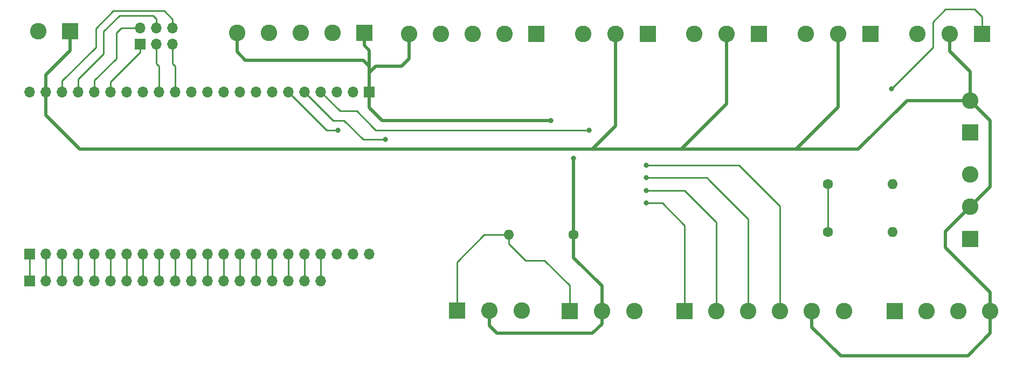
<source format=gbr>
%TF.GenerationSoftware,KiCad,Pcbnew,(6.0.10)*%
%TF.CreationDate,2025-06-24T19:53:16+02:00*%
%TF.ProjectId,esp_shield,6573705f-7368-4696-956c-642e6b696361,1.0*%
%TF.SameCoordinates,Original*%
%TF.FileFunction,Copper,L1,Top*%
%TF.FilePolarity,Positive*%
%FSLAX46Y46*%
G04 Gerber Fmt 4.6, Leading zero omitted, Abs format (unit mm)*
G04 Created by KiCad (PCBNEW (6.0.10)) date 2025-06-24 19:53:16*
%MOMM*%
%LPD*%
G01*
G04 APERTURE LIST*
%TA.AperFunction,ComponentPad*%
%ADD10R,1.700000X1.700000*%
%TD*%
%TA.AperFunction,ComponentPad*%
%ADD11O,1.700000X1.700000*%
%TD*%
%TA.AperFunction,ComponentPad*%
%ADD12R,2.600000X2.600000*%
%TD*%
%TA.AperFunction,ComponentPad*%
%ADD13C,2.600000*%
%TD*%
%TA.AperFunction,ComponentPad*%
%ADD14O,1.600000X1.600000*%
%TD*%
%TA.AperFunction,ComponentPad*%
%ADD15C,1.600000*%
%TD*%
%TA.AperFunction,ViaPad*%
%ADD16C,0.800000*%
%TD*%
%TA.AperFunction,Conductor*%
%ADD17C,0.500000*%
%TD*%
%TA.AperFunction,Conductor*%
%ADD18C,0.250000*%
%TD*%
G04 APERTURE END LIST*
D10*
%TO.P,J17,1,Pin_1*%
%TO.N,GND*%
X89150000Y-116750000D03*
D11*
%TO.P,J17,2,Pin_2*%
X91690000Y-116750000D03*
%TO.P,J17,3,Pin_3*%
%TO.N,19*%
X94230000Y-116750000D03*
%TO.P,J17,4,Pin_4*%
%TO.N,20*%
X96770000Y-116750000D03*
%TO.P,J17,5,Pin_5*%
%TO.N,21*%
X99310000Y-116750000D03*
%TO.P,J17,6,Pin_6*%
%TO.N,47*%
X101850000Y-116750000D03*
%TO.P,J17,7,Pin_7*%
%TO.N,48*%
X104390000Y-116750000D03*
%TO.P,J17,8,Pin_8*%
%TO.N,45*%
X106930000Y-116750000D03*
%TO.P,J17,9,Pin_9*%
%TO.N,0*%
X109470000Y-116750000D03*
%TO.P,J17,10,Pin_10*%
%TO.N,35*%
X112010000Y-116750000D03*
%TO.P,J17,11,Pin_11*%
%TO.N,36*%
X114550000Y-116750000D03*
%TO.P,J17,12,Pin_12*%
%TO.N,37*%
X117090000Y-116750000D03*
%TO.P,J17,13,Pin_13*%
%TO.N,38*%
X119630000Y-116750000D03*
%TO.P,J17,14,Pin_14*%
%TO.N,39*%
X122170000Y-116750000D03*
%TO.P,J17,15,Pin_15*%
%TO.N,40*%
X124710000Y-116750000D03*
%TO.P,J17,16,Pin_16*%
%TO.N,41*%
X127250000Y-116750000D03*
%TO.P,J17,17,Pin_17*%
%TO.N,42*%
X129790000Y-116750000D03*
%TO.P,J17,18,Pin_18*%
%TO.N,2*%
X132330000Y-116750000D03*
%TO.P,J17,19,Pin_19*%
%TO.N,1*%
X134870000Y-116750000D03*
%TD*%
D10*
%TO.P,J16,1,Pin_1*%
%TO.N,11*%
X106500000Y-79500000D03*
D11*
%TO.P,J16,2,Pin_2*%
%TO.N,12*%
X106500000Y-76960000D03*
%TO.P,J16,3,Pin_3*%
%TO.N,46*%
X109040000Y-79500000D03*
%TO.P,J16,4,Pin_4*%
%TO.N,13*%
X109040000Y-76960000D03*
%TO.P,J16,5,Pin_5*%
%TO.N,3*%
X111580000Y-79500000D03*
%TO.P,J16,6,Pin_6*%
%TO.N,14*%
X111580000Y-76960000D03*
%TD*%
D12*
%TO.P,J11,1,Pin_1*%
%TO.N,GND*%
X168701000Y-77866001D03*
D13*
%TO.P,J11,2,Pin_2*%
%TO.N,8*%
X163701000Y-77866001D03*
%TO.P,J11,3,Pin_3*%
%TO.N,9*%
X158701000Y-77866001D03*
%TO.P,J11,4,Pin_4*%
%TO.N,GND*%
X153701000Y-77866001D03*
%TO.P,J11,5,Pin_5*%
%TO.N,3V3*%
X148701000Y-77866001D03*
%TD*%
D12*
%TO.P,J15,1,Pin_1*%
%TO.N,GND*%
X236817000Y-93341500D03*
D13*
%TO.P,J15,2,Pin_2*%
%TO.N,5V*%
X236817000Y-88341500D03*
%TD*%
D12*
%TO.P,J14,1,Pin_1*%
%TO.N,5V*%
X95500000Y-77500000D03*
D13*
%TO.P,J14,2,Pin_2*%
%TO.N,GND*%
X90500000Y-77500000D03*
%TD*%
D10*
%TO.P,J2,1,Pin_1*%
%TO.N,GND*%
X89130000Y-112500000D03*
D11*
%TO.P,J2,2,Pin_2*%
X91670000Y-112500000D03*
%TO.P,J2,3,Pin_3*%
%TO.N,19*%
X94210000Y-112500000D03*
%TO.P,J2,4,Pin_4*%
%TO.N,20*%
X96750000Y-112500000D03*
%TO.P,J2,5,Pin_5*%
%TO.N,21*%
X99290000Y-112500000D03*
%TO.P,J2,6,Pin_6*%
%TO.N,47*%
X101830000Y-112500000D03*
%TO.P,J2,7,Pin_7*%
%TO.N,48*%
X104370000Y-112500000D03*
%TO.P,J2,8,Pin_8*%
%TO.N,45*%
X106910000Y-112500000D03*
%TO.P,J2,9,Pin_9*%
%TO.N,0*%
X109450000Y-112500000D03*
%TO.P,J2,10,Pin_10*%
%TO.N,35*%
X111990000Y-112500000D03*
%TO.P,J2,11,Pin_11*%
%TO.N,36*%
X114530000Y-112500000D03*
%TO.P,J2,12,Pin_12*%
%TO.N,37*%
X117070000Y-112500000D03*
%TO.P,J2,13,Pin_13*%
%TO.N,38*%
X119610000Y-112500000D03*
%TO.P,J2,14,Pin_14*%
%TO.N,39*%
X122150000Y-112500000D03*
%TO.P,J2,15,Pin_15*%
%TO.N,40*%
X124690000Y-112500000D03*
%TO.P,J2,16,Pin_16*%
%TO.N,41*%
X127230000Y-112500000D03*
%TO.P,J2,17,Pin_17*%
%TO.N,42*%
X129770000Y-112500000D03*
%TO.P,J2,18,Pin_18*%
%TO.N,2*%
X132310000Y-112500000D03*
%TO.P,J2,19,Pin_19*%
%TO.N,1*%
X134850000Y-112500000D03*
%TO.P,J2,20,Pin_20*%
%TO.N,RX*%
X137390000Y-112500000D03*
%TO.P,J2,21,Pin_21*%
%TO.N,TX*%
X139930000Y-112500000D03*
%TO.P,J2,22,Pin_22*%
%TO.N,GND*%
X142470000Y-112500000D03*
%TD*%
D10*
%TO.P,J1,1,Pin_1*%
%TO.N,3V3*%
X142480000Y-87000000D03*
D11*
%TO.P,J1,2,Pin_2*%
X139940000Y-87000000D03*
%TO.P,J1,3,Pin_3*%
%TO.N,RST*%
X137400000Y-87000000D03*
%TO.P,J1,4,Pin_4*%
%TO.N,4*%
X134860000Y-87000000D03*
%TO.P,J1,5,Pin_5*%
%TO.N,5*%
X132320000Y-87000000D03*
%TO.P,J1,6,Pin_6*%
%TO.N,6*%
X129780000Y-87000000D03*
%TO.P,J1,7,Pin_7*%
%TO.N,7*%
X127240000Y-87000000D03*
%TO.P,J1,8,Pin_8*%
%TO.N,15*%
X124700000Y-87000000D03*
%TO.P,J1,9,Pin_9*%
%TO.N,16*%
X122160000Y-87000000D03*
%TO.P,J1,10,Pin_10*%
%TO.N,17*%
X119620000Y-87000000D03*
%TO.P,J1,11,Pin_11*%
%TO.N,18*%
X117080000Y-87000000D03*
%TO.P,J1,12,Pin_12*%
%TO.N,8*%
X114540000Y-87000000D03*
%TO.P,J1,13,Pin_13*%
%TO.N,3*%
X112000000Y-87000000D03*
%TO.P,J1,14,Pin_14*%
%TO.N,46*%
X109460000Y-87000000D03*
%TO.P,J1,15,Pin_15*%
%TO.N,9*%
X106920000Y-87000000D03*
%TO.P,J1,16,Pin_16*%
%TO.N,10*%
X104380000Y-87000000D03*
%TO.P,J1,17,Pin_17*%
%TO.N,11*%
X101840000Y-87000000D03*
%TO.P,J1,18,Pin_18*%
%TO.N,12*%
X99300000Y-87000000D03*
%TO.P,J1,19,Pin_19*%
%TO.N,13*%
X96760000Y-87000000D03*
%TO.P,J1,20,Pin_20*%
%TO.N,14*%
X94220000Y-87000000D03*
%TO.P,J1,21,Pin_21*%
%TO.N,5V*%
X91680000Y-87000000D03*
%TO.P,J1,22,Pin_22*%
%TO.N,GND*%
X89140000Y-87000000D03*
%TD*%
D12*
%TO.P,J13,1,Pin_1*%
%TO.N,TX*%
X225000000Y-121500000D03*
D13*
%TO.P,J13,2,Pin_2*%
%TO.N,Net-(J13-Pad2)*%
X230000000Y-121500000D03*
%TO.P,J13,3,Pin_3*%
%TO.N,GND*%
X235000000Y-121500000D03*
%TO.P,J13,4,Pin_4*%
%TO.N,5V*%
X240000000Y-121500000D03*
%TD*%
D12*
%TO.P,J12,1,Pin_1*%
%TO.N,3V3*%
X141701000Y-77695001D03*
D13*
%TO.P,J12,2,Pin_2*%
%TO.N,8*%
X136701000Y-77695001D03*
%TO.P,J12,3,Pin_3*%
%TO.N,9*%
X131701000Y-77695001D03*
%TO.P,J12,4,Pin_4*%
%TO.N,GND*%
X126701000Y-77695001D03*
%TO.P,J12,5,Pin_5*%
%TO.N,3V3*%
X121701000Y-77695001D03*
%TD*%
D14*
%TO.P,R3,2*%
%TO.N,GND*%
X224660000Y-101500000D03*
D15*
%TO.P,R3,1*%
%TO.N,RX*%
X214500000Y-101500000D03*
%TD*%
D14*
%TO.P,R2,2*%
%TO.N,Net-(J13-Pad2)*%
X224660000Y-109000000D03*
D15*
%TO.P,R2,1*%
%TO.N,RX*%
X214500000Y-109000000D03*
%TD*%
D12*
%TO.P,J10,1,Pin_1*%
%TO.N,18*%
X192000000Y-121500000D03*
D13*
%TO.P,J10,2,Pin_2*%
%TO.N,17*%
X197000000Y-121500000D03*
%TO.P,J10,3,Pin_3*%
%TO.N,16*%
X202000000Y-121500000D03*
%TO.P,J10,4,Pin_4*%
%TO.N,15*%
X207000000Y-121500000D03*
%TO.P,J10,5,Pin_5*%
%TO.N,5V*%
X212000000Y-121500000D03*
%TO.P,J10,6,Pin_6*%
%TO.N,GND*%
X217000000Y-121500000D03*
%TD*%
%TO.P,J9,3,Pin_3*%
%TO.N,GND*%
X176041000Y-77890000D03*
%TO.P,J9,2,Pin_2*%
%TO.N,5V*%
X181121000Y-77890000D03*
D12*
%TO.P,J9,1,Pin_1*%
%TO.N,7*%
X186201000Y-77890000D03*
%TD*%
%TO.P,J8,1,Pin_1*%
%TO.N,6*%
X203701000Y-77890000D03*
D13*
%TO.P,J8,2,Pin_2*%
%TO.N,5V*%
X198621000Y-77890000D03*
%TO.P,J8,3,Pin_3*%
%TO.N,GND*%
X193541000Y-77890000D03*
%TD*%
D12*
%TO.P,J7,1,Pin_1*%
%TO.N,5*%
X221201000Y-77890000D03*
D13*
%TO.P,J7,2,Pin_2*%
%TO.N,5V*%
X216121000Y-77890000D03*
%TO.P,J7,3,Pin_3*%
%TO.N,GND*%
X211041000Y-77890000D03*
%TD*%
D12*
%TO.P,J6,1,Pin_1*%
%TO.N,4*%
X238701000Y-77890000D03*
D13*
%TO.P,J6,2,Pin_2*%
%TO.N,5V*%
X233621000Y-77890000D03*
%TO.P,J6,3,Pin_3*%
%TO.N,GND*%
X228541000Y-77890000D03*
%TD*%
%TO.P,J5,3,Pin_3*%
%TO.N,GND*%
X236817000Y-100023000D03*
%TO.P,J5,2,Pin_2*%
%TO.N,5V*%
X236817000Y-105103000D03*
D12*
%TO.P,J5,1,Pin_1*%
%TO.N,10*%
X236817000Y-110183000D03*
%TD*%
D15*
%TO.P,R1,1*%
%TO.N,3V3*%
X174580000Y-109500000D03*
D14*
%TO.P,R1,2*%
%TO.N,1*%
X164420000Y-109500000D03*
%TD*%
D13*
%TO.P,J4,3,Pin_3*%
%TO.N,GND*%
X166383000Y-121427000D03*
%TO.P,J4,2,Pin_2*%
%TO.N,3V3*%
X161303000Y-121427000D03*
D12*
%TO.P,J4,1,Pin_1*%
%TO.N,1*%
X156223000Y-121427000D03*
%TD*%
%TO.P,J3,1,Pin_1*%
%TO.N,1*%
X173915000Y-121500000D03*
D13*
%TO.P,J3,2,Pin_2*%
%TO.N,3V3*%
X178995000Y-121500000D03*
%TO.P,J3,3,Pin_3*%
%TO.N,GND*%
X184075000Y-121500000D03*
%TD*%
D16*
%TO.N,4*%
X224500000Y-86500000D03*
X177000000Y-93000000D03*
%TO.N,18*%
X186000000Y-104500000D03*
%TO.N,17*%
X186000000Y-102500000D03*
%TO.N,16*%
X186000000Y-100500000D03*
%TO.N,15*%
X186000000Y-98500000D03*
%TO.N,5*%
X145000000Y-94500000D03*
%TO.N,6*%
X137500000Y-93000000D03*
%TO.N,3V3*%
X171000000Y-91500000D03*
X174500000Y-97420000D03*
%TD*%
D17*
%TO.N,5V*%
X219250000Y-96000000D02*
X209500000Y-96000000D01*
X226908500Y-88341500D02*
X219250000Y-96000000D01*
X236817000Y-88341500D02*
X226908500Y-88341500D01*
X233621000Y-80621000D02*
X233621000Y-77890000D01*
X236817000Y-88341500D02*
X236817000Y-83817000D01*
X236817000Y-83817000D02*
X233621000Y-80621000D01*
X240000000Y-91524500D02*
X236817000Y-88341500D01*
X240000000Y-101920000D02*
X240000000Y-91524500D01*
X236817000Y-105103000D02*
X240000000Y-101920000D01*
%TO.N,3V3*%
X174580000Y-97500000D02*
X174580000Y-109500000D01*
D18*
%TO.N,1*%
X134850000Y-112500000D02*
X134850000Y-116250000D01*
%TO.N,2*%
X132310000Y-112500000D02*
X132310000Y-116250000D01*
%TO.N,42*%
X129770000Y-112500000D02*
X129770000Y-116250000D01*
%TO.N,41*%
X127230000Y-112500000D02*
X127230000Y-116250000D01*
%TO.N,40*%
X124690000Y-112500000D02*
X124690000Y-116250000D01*
%TO.N,39*%
X122150000Y-112500000D02*
X122150000Y-116250000D01*
%TO.N,38*%
X119610000Y-112500000D02*
X119610000Y-116250000D01*
%TO.N,37*%
X117070000Y-112500000D02*
X117070000Y-116250000D01*
%TO.N,36*%
X114530000Y-112500000D02*
X114530000Y-116250000D01*
%TO.N,35*%
X111990000Y-112500000D02*
X111990000Y-116250000D01*
%TO.N,0*%
X109450000Y-112500000D02*
X109450000Y-116250000D01*
%TO.N,45*%
X106910000Y-112500000D02*
X106910000Y-116250000D01*
%TO.N,48*%
X104370000Y-112500000D02*
X104370000Y-116250000D01*
%TO.N,47*%
X101830000Y-112500000D02*
X101830000Y-116250000D01*
%TO.N,21*%
X99290000Y-112500000D02*
X99290000Y-116250000D01*
%TO.N,20*%
X96750000Y-112500000D02*
X96750000Y-116250000D01*
%TO.N,19*%
X94210000Y-112500000D02*
X94210000Y-116250000D01*
%TO.N,GND*%
X89130000Y-112500000D02*
X89130000Y-116250000D01*
X91670000Y-112500000D02*
X91670000Y-116250000D01*
D17*
%TO.N,3V3*%
X141500000Y-82000000D02*
X142480000Y-82980000D01*
X142480000Y-80480000D02*
X142480000Y-82980000D01*
X141701000Y-79701000D02*
X142480000Y-80480000D01*
D18*
%TO.N,12*%
X99300000Y-85200000D02*
X99300000Y-87000000D01*
X102750000Y-81750000D02*
X99300000Y-85200000D01*
X103540000Y-76960000D02*
X102750000Y-77750000D01*
X106500000Y-76960000D02*
X103540000Y-76960000D01*
X102750000Y-77750000D02*
X102750000Y-81750000D01*
%TO.N,13*%
X108500000Y-75000000D02*
X109040000Y-75540000D01*
X109040000Y-75540000D02*
X109040000Y-76960000D01*
X103250000Y-75000000D02*
X108500000Y-75000000D01*
X100750000Y-77500000D02*
X103250000Y-75000000D01*
X100750000Y-81000000D02*
X100750000Y-77500000D01*
X96760000Y-84990000D02*
X100750000Y-81000000D01*
X96760000Y-87000000D02*
X96760000Y-84990000D01*
%TO.N,14*%
X102250000Y-74250000D02*
X99500000Y-77000000D01*
X110250000Y-74250000D02*
X102250000Y-74250000D01*
X111580000Y-75580000D02*
X110250000Y-74250000D01*
X111580000Y-76960000D02*
X111580000Y-75580000D01*
X99500000Y-77000000D02*
X99500000Y-80000000D01*
X99500000Y-80000000D02*
X94220000Y-85280000D01*
X94220000Y-85280000D02*
X94220000Y-87000000D01*
%TO.N,11*%
X101840000Y-85410000D02*
X106500000Y-80750000D01*
X101840000Y-87000000D02*
X101840000Y-85410000D01*
X106500000Y-79500000D02*
X106500000Y-80750000D01*
%TO.N,46*%
X109460000Y-82960000D02*
X109460000Y-87000000D01*
X109040000Y-82540000D02*
X109460000Y-82960000D01*
X109040000Y-79500000D02*
X109040000Y-82540000D01*
%TO.N,3*%
X112000000Y-83000000D02*
X112000000Y-87000000D01*
X111580000Y-82580000D02*
X112000000Y-83000000D01*
X111580000Y-79500000D02*
X111580000Y-82580000D01*
%TO.N,4*%
X231000000Y-76000000D02*
X233000000Y-74000000D01*
X233000000Y-74000000D02*
X237500000Y-74000000D01*
X237500000Y-74000000D02*
X238701000Y-75201000D01*
X238701000Y-75201000D02*
X238701000Y-77890000D01*
X231000000Y-80000000D02*
X231000000Y-76000000D01*
X224500000Y-86500000D02*
X231000000Y-80000000D01*
X175500000Y-93000000D02*
X177000000Y-93000000D01*
D17*
%TO.N,5V*%
X177500000Y-96000000D02*
X174500000Y-96000000D01*
X181121000Y-92379000D02*
X177500000Y-96000000D01*
X181121000Y-77890000D02*
X181121000Y-92379000D01*
D18*
%TO.N,4*%
X167000000Y-93000000D02*
X175500000Y-93000000D01*
X143500000Y-93000000D02*
X167000000Y-93000000D01*
X143000000Y-92500000D02*
X143500000Y-93000000D01*
X140500000Y-90000000D02*
X143000000Y-92500000D01*
X134860000Y-87000000D02*
X137860000Y-90000000D01*
X137860000Y-90000000D02*
X140500000Y-90000000D01*
%TO.N,15*%
X200500000Y-98500000D02*
X186000000Y-98500000D01*
X207000000Y-105000000D02*
X200500000Y-98500000D01*
X207000000Y-121500000D02*
X207000000Y-105000000D01*
%TO.N,16*%
X195500000Y-100500000D02*
X186000000Y-100500000D01*
X196000000Y-101000000D02*
X195500000Y-100500000D01*
X202000000Y-107000000D02*
X196000000Y-101000000D01*
X202000000Y-121500000D02*
X202000000Y-107000000D01*
%TO.N,17*%
X192000000Y-102500000D02*
X186000000Y-102500000D01*
X197000000Y-107500000D02*
X192000000Y-102500000D01*
X197000000Y-121500000D02*
X197000000Y-107500000D01*
%TO.N,18*%
X192000000Y-108000000D02*
X188500000Y-104500000D01*
X188500000Y-104500000D02*
X186000000Y-104500000D01*
X192000000Y-121500000D02*
X192000000Y-108000000D01*
D17*
%TO.N,3V3*%
X174500000Y-97420000D02*
X174580000Y-97500000D01*
%TO.N,5V*%
X216121000Y-89379000D02*
X209500000Y-96000000D01*
X216121000Y-77890000D02*
X216121000Y-89379000D01*
X191500000Y-96000000D02*
X209500000Y-96000000D01*
X174500000Y-96000000D02*
X191500000Y-96000000D01*
X194000000Y-93500000D02*
X191500000Y-96000000D01*
X91680000Y-90680000D02*
X91680000Y-87000000D01*
X174500000Y-96000000D02*
X97000000Y-96000000D01*
X97000000Y-96000000D02*
X91680000Y-90680000D01*
X212000000Y-124000000D02*
X212000000Y-121500000D01*
X216500000Y-128500000D02*
X212000000Y-124000000D01*
X240000000Y-125000000D02*
X236500000Y-128500000D01*
X236500000Y-128500000D02*
X216500000Y-128500000D01*
X240000000Y-121500000D02*
X240000000Y-125000000D01*
X233000000Y-108920000D02*
X236817000Y-105103000D01*
X233000000Y-111500000D02*
X233000000Y-108920000D01*
X240000000Y-118500000D02*
X233000000Y-111500000D01*
X240000000Y-121500000D02*
X240000000Y-118500000D01*
D18*
%TO.N,RX*%
X214500000Y-101500000D02*
X214500000Y-109000000D01*
%TO.N,5*%
X138500000Y-91500000D02*
X141500000Y-94500000D01*
X136820000Y-91500000D02*
X138500000Y-91500000D01*
X141500000Y-94500000D02*
X145000000Y-94500000D01*
X132320000Y-87000000D02*
X136820000Y-91500000D01*
%TO.N,6*%
X137500000Y-93000000D02*
X135780000Y-93000000D01*
X135780000Y-93000000D02*
X129780000Y-87000000D01*
D17*
%TO.N,5V*%
X198621000Y-88879000D02*
X194000000Y-93500000D01*
X198621000Y-77890000D02*
X198621000Y-88879000D01*
%TO.N,3V3*%
X142480000Y-89480000D02*
X144500000Y-91500000D01*
X142480000Y-87000000D02*
X142480000Y-89480000D01*
X144500000Y-91500000D02*
X171000000Y-91500000D01*
X178995000Y-117495000D02*
X174580000Y-113080000D01*
X178995000Y-121500000D02*
X178995000Y-117495000D01*
X174580000Y-113080000D02*
X174580000Y-109500000D01*
X179000000Y-123500000D02*
X178995000Y-123495000D01*
X162500000Y-125000000D02*
X177500000Y-125000000D01*
X161303000Y-123803000D02*
X162500000Y-125000000D01*
X177500000Y-125000000D02*
X179000000Y-123500000D01*
X178995000Y-123495000D02*
X178995000Y-121500000D01*
X161303000Y-121427000D02*
X161303000Y-123803000D01*
D18*
%TO.N,1*%
X164420000Y-110920000D02*
X164420000Y-109500000D01*
X167000000Y-113500000D02*
X164420000Y-110920000D01*
X170000000Y-113500000D02*
X167000000Y-113500000D01*
X173915000Y-117415000D02*
X170000000Y-113500000D01*
X173915000Y-121500000D02*
X173915000Y-117415000D01*
X160500000Y-109500000D02*
X164420000Y-109500000D01*
X156223000Y-113777000D02*
X160500000Y-109500000D01*
X156223000Y-121427000D02*
X156223000Y-113777000D01*
D17*
%TO.N,5V*%
X95500000Y-80500000D02*
X95500000Y-79000000D01*
X91680000Y-84320000D02*
X95500000Y-80500000D01*
X91680000Y-87000000D02*
X91680000Y-84320000D01*
X95500000Y-77500000D02*
X95500000Y-79000000D01*
%TO.N,3V3*%
X142480000Y-83480000D02*
X142480000Y-82980000D01*
X142480000Y-84020000D02*
X142480000Y-83480000D01*
X141701000Y-77695001D02*
X141701000Y-79701000D01*
X147500000Y-83000000D02*
X143500000Y-83000000D01*
X143500000Y-83000000D02*
X142480000Y-84020000D01*
X142480000Y-87000000D02*
X142480000Y-84020000D01*
X123000000Y-82000000D02*
X121701000Y-80701000D01*
X141500000Y-82000000D02*
X123000000Y-82000000D01*
X121701000Y-80701000D02*
X121701000Y-77695001D01*
X148701000Y-81799000D02*
X147500000Y-83000000D01*
X148701000Y-77866001D02*
X148701000Y-81799000D01*
%TD*%
M02*

</source>
